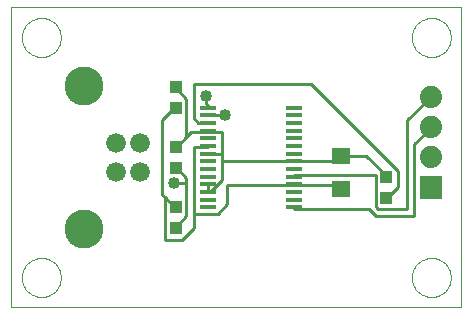
<source format=gtl>
From 7591ecf541e33e0cbd58848db33ee13b69bb49a8 Mon Sep 17 00:00:00 2001
From: Tim Redfern <tim@eclectronics.org>
Date: Tue, 24 Apr 2012 16:23:56 +0100
Subject: add FT tutorial

---
 FT232-breakout/breakout.GTL | 527 ++++++++++++++++++++++++++++++++++++++++++++
 1 file changed, 527 insertions(+)
 create mode 100644 FT232-breakout/breakout.GTL

(limited to 'FT232-breakout/breakout.GTL')

diff --git a/FT232-breakout/breakout.GTL b/FT232-breakout/breakout.GTL
new file mode 100644
index 0000000..204344c
--- /dev/null
+++ b/FT232-breakout/breakout.GTL
@@ -0,0 +1,527 @@
+G75*
+G70*
+%OFA0B0*%
+%FSLAX24Y24*%
+%IPPOS*%
+%LPD*%
+%AMOC8*
+5,1,8,0,0,1.08239X$1,22.5*
+%
+%ADD10C,0.0000*%
+%ADD11R,0.0550X0.0137*%
+%ADD12R,0.0394X0.0433*%
+%ADD13R,0.0630X0.0551*%
+%ADD14C,0.0660*%
+%ADD15C,0.1300*%
+%ADD16R,0.0740X0.0740*%
+%ADD17C,0.0740*%
+%ADD18C,0.0100*%
+%ADD19C,0.0400*%
+D10*
+X001572Y000232D02*
+X001572Y010232D01*
+X016572Y010232D01*
+X016572Y000232D01*
+X001572Y000232D01*
+X001922Y001232D02*
+X001924Y001282D01*
+X001930Y001332D01*
+X001940Y001382D01*
+X001953Y001430D01*
+X001970Y001478D01*
+X001991Y001524D01*
+X002015Y001568D01*
+X002043Y001610D01*
+X002074Y001650D01*
+X002108Y001687D01*
+X002145Y001722D01*
+X002184Y001753D01*
+X002225Y001782D01*
+X002269Y001807D01*
+X002315Y001829D01*
+X002362Y001847D01*
+X002410Y001861D01*
+X002459Y001872D01*
+X002509Y001879D01*
+X002559Y001882D01*
+X002610Y001881D01*
+X002660Y001876D01*
+X002710Y001867D01*
+X002758Y001855D01*
+X002806Y001838D01*
+X002852Y001818D01*
+X002897Y001795D01*
+X002940Y001768D01*
+X002980Y001738D01*
+X003018Y001705D01*
+X003053Y001669D01*
+X003086Y001630D01*
+X003115Y001589D01*
+X003141Y001546D01*
+X003164Y001501D01*
+X003183Y001454D01*
+X003198Y001406D01*
+X003210Y001357D01*
+X003218Y001307D01*
+X003222Y001257D01*
+X003222Y001207D01*
+X003218Y001157D01*
+X003210Y001107D01*
+X003198Y001058D01*
+X003183Y001010D01*
+X003164Y000963D01*
+X003141Y000918D01*
+X003115Y000875D01*
+X003086Y000834D01*
+X003053Y000795D01*
+X003018Y000759D01*
+X002980Y000726D01*
+X002940Y000696D01*
+X002897Y000669D01*
+X002852Y000646D01*
+X002806Y000626D01*
+X002758Y000609D01*
+X002710Y000597D01*
+X002660Y000588D01*
+X002610Y000583D01*
+X002559Y000582D01*
+X002509Y000585D01*
+X002459Y000592D01*
+X002410Y000603D01*
+X002362Y000617D01*
+X002315Y000635D01*
+X002269Y000657D01*
+X002225Y000682D01*
+X002184Y000711D01*
+X002145Y000742D01*
+X002108Y000777D01*
+X002074Y000814D01*
+X002043Y000854D01*
+X002015Y000896D01*
+X001991Y000940D01*
+X001970Y000986D01*
+X001953Y001034D01*
+X001940Y001082D01*
+X001930Y001132D01*
+X001924Y001182D01*
+X001922Y001232D01*
+X001922Y009232D02*
+X001924Y009282D01*
+X001930Y009332D01*
+X001940Y009382D01*
+X001953Y009430D01*
+X001970Y009478D01*
+X001991Y009524D01*
+X002015Y009568D01*
+X002043Y009610D01*
+X002074Y009650D01*
+X002108Y009687D01*
+X002145Y009722D01*
+X002184Y009753D01*
+X002225Y009782D01*
+X002269Y009807D01*
+X002315Y009829D01*
+X002362Y009847D01*
+X002410Y009861D01*
+X002459Y009872D01*
+X002509Y009879D01*
+X002559Y009882D01*
+X002610Y009881D01*
+X002660Y009876D01*
+X002710Y009867D01*
+X002758Y009855D01*
+X002806Y009838D01*
+X002852Y009818D01*
+X002897Y009795D01*
+X002940Y009768D01*
+X002980Y009738D01*
+X003018Y009705D01*
+X003053Y009669D01*
+X003086Y009630D01*
+X003115Y009589D01*
+X003141Y009546D01*
+X003164Y009501D01*
+X003183Y009454D01*
+X003198Y009406D01*
+X003210Y009357D01*
+X003218Y009307D01*
+X003222Y009257D01*
+X003222Y009207D01*
+X003218Y009157D01*
+X003210Y009107D01*
+X003198Y009058D01*
+X003183Y009010D01*
+X003164Y008963D01*
+X003141Y008918D01*
+X003115Y008875D01*
+X003086Y008834D01*
+X003053Y008795D01*
+X003018Y008759D01*
+X002980Y008726D01*
+X002940Y008696D01*
+X002897Y008669D01*
+X002852Y008646D01*
+X002806Y008626D01*
+X002758Y008609D01*
+X002710Y008597D01*
+X002660Y008588D01*
+X002610Y008583D01*
+X002559Y008582D01*
+X002509Y008585D01*
+X002459Y008592D01*
+X002410Y008603D01*
+X002362Y008617D01*
+X002315Y008635D01*
+X002269Y008657D01*
+X002225Y008682D01*
+X002184Y008711D01*
+X002145Y008742D01*
+X002108Y008777D01*
+X002074Y008814D01*
+X002043Y008854D01*
+X002015Y008896D01*
+X001991Y008940D01*
+X001970Y008986D01*
+X001953Y009034D01*
+X001940Y009082D01*
+X001930Y009132D01*
+X001924Y009182D01*
+X001922Y009232D01*
+X014922Y009232D02*
+X014924Y009282D01*
+X014930Y009332D01*
+X014940Y009382D01*
+X014953Y009430D01*
+X014970Y009478D01*
+X014991Y009524D01*
+X015015Y009568D01*
+X015043Y009610D01*
+X015074Y009650D01*
+X015108Y009687D01*
+X015145Y009722D01*
+X015184Y009753D01*
+X015225Y009782D01*
+X015269Y009807D01*
+X015315Y009829D01*
+X015362Y009847D01*
+X015410Y009861D01*
+X015459Y009872D01*
+X015509Y009879D01*
+X015559Y009882D01*
+X015610Y009881D01*
+X015660Y009876D01*
+X015710Y009867D01*
+X015758Y009855D01*
+X015806Y009838D01*
+X015852Y009818D01*
+X015897Y009795D01*
+X015940Y009768D01*
+X015980Y009738D01*
+X016018Y009705D01*
+X016053Y009669D01*
+X016086Y009630D01*
+X016115Y009589D01*
+X016141Y009546D01*
+X016164Y009501D01*
+X016183Y009454D01*
+X016198Y009406D01*
+X016210Y009357D01*
+X016218Y009307D01*
+X016222Y009257D01*
+X016222Y009207D01*
+X016218Y009157D01*
+X016210Y009107D01*
+X016198Y009058D01*
+X016183Y009010D01*
+X016164Y008963D01*
+X016141Y008918D01*
+X016115Y008875D01*
+X016086Y008834D01*
+X016053Y008795D01*
+X016018Y008759D01*
+X015980Y008726D01*
+X015940Y008696D01*
+X015897Y008669D01*
+X015852Y008646D01*
+X015806Y008626D01*
+X015758Y008609D01*
+X015710Y008597D01*
+X015660Y008588D01*
+X015610Y008583D01*
+X015559Y008582D01*
+X015509Y008585D01*
+X015459Y008592D01*
+X015410Y008603D01*
+X015362Y008617D01*
+X015315Y008635D01*
+X015269Y008657D01*
+X015225Y008682D01*
+X015184Y008711D01*
+X015145Y008742D01*
+X015108Y008777D01*
+X015074Y008814D01*
+X015043Y008854D01*
+X015015Y008896D01*
+X014991Y008940D01*
+X014970Y008986D01*
+X014953Y009034D01*
+X014940Y009082D01*
+X014930Y009132D01*
+X014924Y009182D01*
+X014922Y009232D01*
+X014922Y001232D02*
+X014924Y001282D01*
+X014930Y001332D01*
+X014940Y001382D01*
+X014953Y001430D01*
+X014970Y001478D01*
+X014991Y001524D01*
+X015015Y001568D01*
+X015043Y001610D01*
+X015074Y001650D01*
+X015108Y001687D01*
+X015145Y001722D01*
+X015184Y001753D01*
+X015225Y001782D01*
+X015269Y001807D01*
+X015315Y001829D01*
+X015362Y001847D01*
+X015410Y001861D01*
+X015459Y001872D01*
+X015509Y001879D01*
+X015559Y001882D01*
+X015610Y001881D01*
+X015660Y001876D01*
+X015710Y001867D01*
+X015758Y001855D01*
+X015806Y001838D01*
+X015852Y001818D01*
+X015897Y001795D01*
+X015940Y001768D01*
+X015980Y001738D01*
+X016018Y001705D01*
+X016053Y001669D01*
+X016086Y001630D01*
+X016115Y001589D01*
+X016141Y001546D01*
+X016164Y001501D01*
+X016183Y001454D01*
+X016198Y001406D01*
+X016210Y001357D01*
+X016218Y001307D01*
+X016222Y001257D01*
+X016222Y001207D01*
+X016218Y001157D01*
+X016210Y001107D01*
+X016198Y001058D01*
+X016183Y001010D01*
+X016164Y000963D01*
+X016141Y000918D01*
+X016115Y000875D01*
+X016086Y000834D01*
+X016053Y000795D01*
+X016018Y000759D01*
+X015980Y000726D01*
+X015940Y000696D01*
+X015897Y000669D01*
+X015852Y000646D01*
+X015806Y000626D01*
+X015758Y000609D01*
+X015710Y000597D01*
+X015660Y000588D01*
+X015610Y000583D01*
+X015559Y000582D01*
+X015509Y000585D01*
+X015459Y000592D01*
+X015410Y000603D01*
+X015362Y000617D01*
+X015315Y000635D01*
+X015269Y000657D01*
+X015225Y000682D01*
+X015184Y000711D01*
+X015145Y000742D01*
+X015108Y000777D01*
+X015074Y000814D01*
+X015043Y000854D01*
+X015015Y000896D01*
+X014991Y000940D01*
+X014970Y000986D01*
+X014953Y001034D01*
+X014940Y001082D01*
+X014930Y001132D01*
+X014924Y001182D01*
+X014922Y001232D01*
+D11*
+X011012Y003568D03*
+X011012Y003824D03*
+X011012Y004080D03*
+X011012Y004336D03*
+X011012Y004592D03*
+X011012Y004848D03*
+X011012Y005104D03*
+X011012Y005360D03*
+X011012Y005616D03*
+X011012Y005872D03*
+X011012Y006127D03*
+X011012Y006383D03*
+X011012Y006639D03*
+X011012Y006895D03*
+X008133Y006895D03*
+X008133Y006639D03*
+X008133Y006383D03*
+X008133Y006127D03*
+X008133Y005872D03*
+X008133Y005616D03*
+X008133Y005360D03*
+X008133Y005104D03*
+X008133Y004848D03*
+X008133Y004592D03*
+X008133Y004336D03*
+X008133Y004080D03*
+X008133Y003824D03*
+X008133Y003568D03*
+D12*
+X007072Y003566D03*
+X007072Y002897D03*
+X007072Y004897D03*
+X007072Y005566D03*
+X007072Y006897D03*
+X007072Y007566D03*
+X014072Y004566D03*
+X014072Y003897D03*
+D13*
+X012572Y004181D03*
+X012572Y005283D03*
+D14*
+X005852Y005724D03*
+X005072Y005724D03*
+X005072Y004740D03*
+X005852Y004740D03*
+D15*
+X004002Y002862D03*
+X004002Y007602D03*
+D16*
+G36*
+X015202Y004601D02*
+X015941Y004602D01*
+X015942Y003863D01*
+X015203Y003862D01*
+X015202Y004601D01*
+G37*
+D17*
+X015571Y005232D03*
+X015569Y006232D03*
+X015567Y007232D03*
+D18*
+X015492Y007192D01*
+X014772Y006472D01*
+X014772Y003512D01*
+X013812Y003512D01*
+X013732Y003592D01*
+X013732Y004632D01*
+X011012Y004632D01*
+X011012Y004592D01*
+X011012Y004336D02*
+X010932Y004312D01*
+X008772Y004312D01*
+X008772Y003672D01*
+X008452Y003352D01*
+X007652Y003352D01*
+X007652Y005592D01*
+X008132Y005592D01*
+X008133Y005616D01*
+X008133Y005360D02*
+X008212Y005352D01*
+X008612Y005352D01*
+X008612Y006072D01*
+X008212Y006072D01*
+X008133Y006127D01*
+X008132Y006072D01*
+X007572Y006072D01*
+X007412Y005912D01*
+X007412Y007192D01*
+X007092Y007512D01*
+X007072Y007566D01*
+X007652Y007672D02*
+X007652Y006552D01*
+X007812Y006392D01*
+X008132Y006392D01*
+X008133Y006383D01*
+X008133Y006639D02*
+X008212Y006632D01*
+X008692Y006632D01*
+X008133Y006895D02*
+X008132Y006952D01*
+X008052Y007032D01*
+X008052Y007272D01*
+X007652Y007672D02*
+X011572Y007672D01*
+X014452Y004792D01*
+X014452Y004232D01*
+X014132Y003912D01*
+X014072Y003897D01*
+X013492Y003512D02*
+X013732Y003272D01*
+X015012Y003272D01*
+X015012Y005672D01*
+X015492Y006152D01*
+X015569Y006232D01*
+X014052Y004632D02*
+X013412Y005272D01*
+X012612Y005272D01*
+X012572Y005283D01*
+X012532Y005272D01*
+X012532Y005112D01*
+X011012Y005112D01*
+X011012Y005104D01*
+X010932Y005112D01*
+X008612Y005112D01*
+X008612Y005352D01*
+X008612Y005112D02*
+X008612Y004472D01*
+X008212Y004072D01*
+X008133Y004080D01*
+X008132Y004072D01*
+X008132Y004312D01*
+X008133Y004336D01*
+X007412Y004392D02*
+X007012Y004392D01*
+X007412Y004392D02*
+X007412Y003272D01*
+X007092Y002952D01*
+X007072Y002897D01*
+X007252Y002472D02*
+X007652Y002872D01*
+X007652Y003352D01*
+X007072Y003566D02*
+X007012Y003592D01*
+X006692Y003912D01*
+X006692Y002472D01*
+X007252Y002472D01*
+X006692Y003912D02*
+X006612Y003992D01*
+X006612Y006472D01*
+X007012Y006872D01*
+X007072Y006897D01*
+X007412Y005912D02*
+X007092Y005592D01*
+X007072Y005566D01*
+X007072Y004897D02*
+X007092Y004872D01*
+X007412Y004552D01*
+X007412Y004392D01*
+X011012Y004336D02*
+X011012Y004312D01*
+X012532Y004312D01*
+X012532Y004232D01*
+X012572Y004181D01*
+X013492Y003512D02*
+X011012Y003512D01*
+X011012Y003568D01*
+X014072Y004566D02*
+X014052Y004632D01*
+D19*
+X008692Y006632D03*
+X008052Y007272D03*
+X007012Y004392D03*
+M02*
-- 
cgit v1.2.3


</source>
